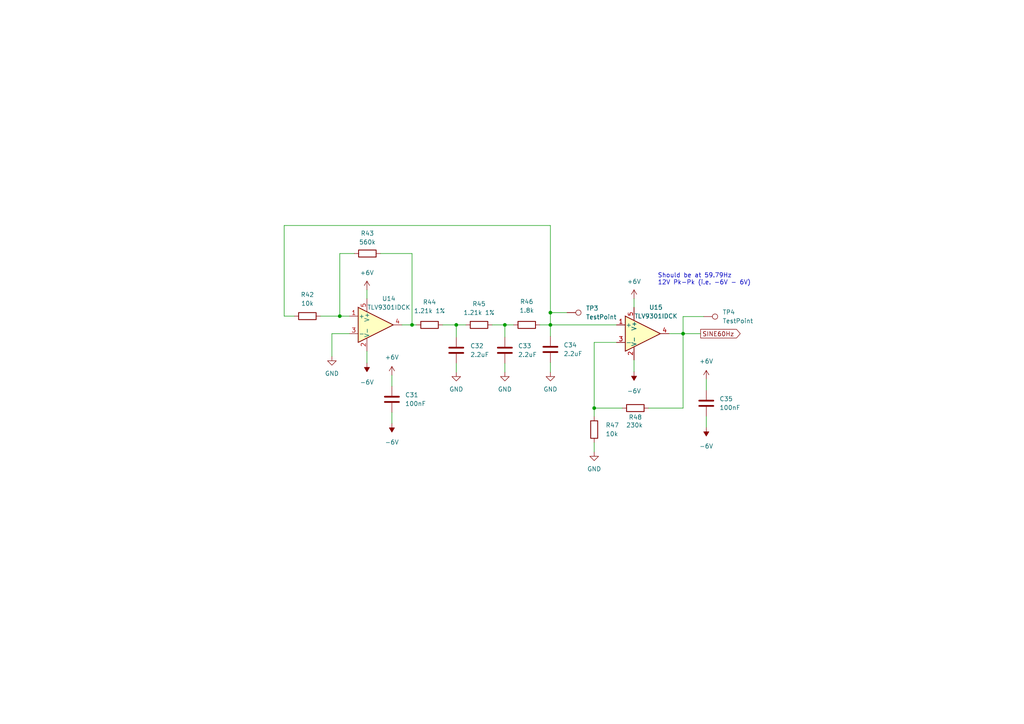
<source format=kicad_sch>
(kicad_sch (version 20211123) (generator eeschema)
  (paper "A4")
  (lib_symbols
    (symbol "+6V_1" (power) (pin_names (offset 0))
      (property "Value" "+6V_1" (at 0 3.556 0))
      (symbol "+6V_1_0_1"
        (polyline (pts (xy -0.762 1.27) (xy 0 2.54)))
        (polyline (pts (xy 0 0) (xy 0 2.54)))
        (polyline (pts (xy 0 2.54) (xy 0.762 1.27)))
      )
      (symbol "+6V_1_1_1"
        (pin power_in line (at 0 0 90) (length 0) hide (name "+6V") (number "1"))
      )
    )
    (symbol "-6V_1" (power) (pin_names (offset 0))
      (property "Value" "-6V_1" (at 0 3.81 0))
      (symbol "-6V_1_0_0"
        (pin power_in line (at 0 0 90) (length 0) hide (name "-6V") (number "1"))
      )
      (symbol "-6V_1_0_1"
        (polyline (pts (xy 0 0) (xy 0 1.27) (xy 0.762 1.27) (xy 0 2.54) (xy -0.762 1.27) (xy 0 1.27)) (fill (type outline)))
      )
    )
    (symbol "Amplifier_Operational:TLV9001IDCK" (pin_names (offset 0.127))
      (property "Reference" "U" (at 7.62 2.54 0))
      (property "Value" "TLV9001IDCK" (at 11.43 -2.54 0))
      (symbol "TLV9001IDCK_0_1"
        (polyline (pts (xy -2.54 5.08) (xy -2.54 -5.08) (xy 7.62 0) (xy -2.54 5.08)) (stroke (width 0.254)) (fill (type background)))
      )
      (symbol "TLV9001IDCK_1_1"
        (pin input line (at -5.08 2.54 0) (length 2.54) (name "+") (number "1"))
        (pin power_in line (at 0 -7.62 90) (length 3.81) (name "V-") (number "2"))
        (pin input line (at -5.08 -2.54 0) (length 2.54) (name "-") (number "3"))
        (pin output line (at 10.16 0 180) (length 2.54) (name "~") (number "4"))
        (pin power_in line (at 0 7.62 270) (length 3.81) (name "V+") (number "5"))
      )
    )
    (symbol "Connector:TestPoint" (pin_numbers hide) (pin_names (offset 0.762) hide)
      (property "Reference" "TP" (at 0 6.858 0))
      (property "Value" "TestPoint" (at 0 5.08 0))
      (symbol "TestPoint_0_1"
        (circle (center 0 3.302) (radius 0.762))
      )
      (symbol "TestPoint_1_1"
        (pin passive line (at 0 0 90) (length 2.54) (name "1") (number "1"))
      )
    )
    (symbol "Device:C" (pin_numbers hide) (pin_names (offset 0.254))
      (property "Reference" "C" (at 0.635 2.54 0))
      (property "Value" "C" (at 0.635 -2.54 0))
      (symbol "C_0_1"
        (polyline (pts (xy -2.032 -0.762) (xy 2.032 -0.762)) (stroke (width 0.508)))
        (polyline (pts (xy -2.032 0.762) (xy 2.032 0.762)) (stroke (width 0.508)))
      )
      (symbol "C_1_1"
        (pin passive line (at 0 3.81 270) (length 2.794) (name "~") (number "1"))
        (pin passive line (at 0 -3.81 90) (length 2.794) (name "~") (number "2"))
      )
    )
    (symbol "Device:R" (pin_numbers hide) (pin_names (offset 0))
      (property "Reference" "R" (at 2.032 0 90))
      (property "Value" "R" (at 0 0 90))
      (symbol "R_0_1"
        (rectangle (start -1.016 -2.54) (end 1.016 2.54) (stroke (width 0.254)))
      )
      (symbol "R_1_1"
        (pin passive line (at 0 3.81 270) (length 1.27) (name "~") (number "1"))
        (pin passive line (at 0 -3.81 90) (length 1.27) (name "~") (number "2"))
      )
    )
    (symbol "power:+6V" (power) (pin_names (offset 0))
      (property "Value" "+6V" (at 0 3.556 0))
      (symbol "+6V_0_1"
        (polyline (pts (xy -0.762 1.27) (xy 0 2.54)))
        (polyline (pts (xy 0 0) (xy 0 2.54)))
        (polyline (pts (xy 0 2.54) (xy 0.762 1.27)))
      )
      (symbol "+6V_1_1"
        (pin power_in line (at 0 0 90) (length 0) hide (name "+6V") (number "1"))
      )
    )
    (symbol "power:-6V" (power) (pin_names (offset 0))
      (property "Value" "-6V" (at 0 3.81 0))
      (symbol "-6V_0_0"
        (pin power_in line (at 0 0 90) (length 0) hide (name "-6V") (number "1"))
      )
      (symbol "-6V_0_1"
        (polyline (pts (xy 0 0) (xy 0 1.27) (xy 0.762 1.27) (xy 0 2.54) (xy -0.762 1.27) (xy 0 1.27)) (fill (type outline)))
      )
    )
    (symbol "power:GND" (power) (pin_names (offset 0))
      (property "Value" "GND" (at 0 -3.81 0))
      (symbol "GND_0_1"
        (polyline (pts (xy 0 0) (xy 0 -1.27) (xy 1.27 -1.27) (xy 0 -2.54) (xy -1.27 -1.27) (xy 0 -1.27)))
      )
      (symbol "GND_1_1"
        (pin power_in line (at 0 0 270) (length 0) hide (name "GND") (number "1"))
      )
    )
  )
  (junction (at 198.12 96.774))
  (junction (at 132.334 94.234))
  (junction (at 159.639 94.234))
  (junction (at 146.431 94.234))
  (junction (at 159.639 90.678))
  (junction (at 119.507 94.234))
  (junction (at 172.339 118.364))
  (junction (at 98.552 91.694))
  (wire (pts (xy 178.816 99.314) (xy 172.339 99.314)))
  (wire (pts (xy 132.334 94.234) (xy 132.334 97.79)))
  (wire (pts (xy 82.423 91.694) (xy 85.344 91.694)))
  (wire (pts (xy 98.552 73.533) (xy 98.552 91.694)))
  (wire (pts (xy 172.339 118.364) (xy 172.339 120.777)))
  (wire (pts (xy 156.591 94.234) (xy 159.639 94.234)))
  (wire (pts (xy 159.639 65.405) (xy 159.639 90.678)))
  (wire (pts (xy 110.363 73.533) (xy 119.507 73.533)))
  (wire (pts (xy 172.339 99.314) (xy 172.339 118.364)))
  (wire (pts (xy 98.552 91.694) (xy 101.346 91.694)))
  (wire (pts (xy 159.639 94.234) (xy 178.816 94.234)))
  (wire (pts (xy 159.639 65.405) (xy 82.423 65.405)))
  (wire (pts (xy 159.639 105.156) (xy 159.639 107.95)))
  (wire (pts (xy 183.896 104.394) (xy 183.896 107.823)))
  (wire (pts (xy 116.586 94.234) (xy 119.507 94.234)))
  (wire (pts (xy 102.743 73.533) (xy 98.552 73.533)))
  (wire (pts (xy 188.087 118.364) (xy 198.12 118.364)))
  (wire (pts (xy 172.339 128.397) (xy 172.339 131.064)))
  (wire (pts (xy 106.426 101.854) (xy 106.426 105.283)))
  (wire (pts (xy 106.426 84.074) (xy 106.426 86.614)))
  (wire (pts (xy 159.639 94.234) (xy 159.639 97.536)))
  (wire (pts (xy 204.089 91.821) (xy 198.12 91.821)))
  (wire (pts (xy 82.423 65.405) (xy 82.423 91.694)))
  (wire (pts (xy 146.431 94.234) (xy 146.431 97.79)))
  (wire (pts (xy 119.507 94.234) (xy 120.777 94.234)))
  (wire (pts (xy 92.964 91.694) (xy 98.552 91.694)))
  (wire (pts (xy 142.748 94.234) (xy 146.431 94.234)))
  (wire (pts (xy 194.056 96.774) (xy 198.12 96.774)))
  (wire (pts (xy 183.896 86.614) (xy 183.896 89.154)))
  (wire (pts (xy 198.12 118.364) (xy 198.12 96.774)))
  (wire (pts (xy 159.639 90.678) (xy 159.639 94.234)))
  (wire (pts (xy 132.334 105.41) (xy 132.334 107.95)))
  (wire (pts (xy 180.467 118.364) (xy 172.339 118.364)))
  (wire (pts (xy 159.639 90.678) (xy 164.465 90.678)))
  (wire (pts (xy 101.346 96.774) (xy 96.266 96.774)))
  (wire (pts (xy 146.431 105.41) (xy 146.431 107.95)))
  (wire (pts (xy 146.431 94.234) (xy 148.971 94.234)))
  (wire (pts (xy 128.397 94.234) (xy 132.334 94.234)))
  (wire (pts (xy 132.334 94.234) (xy 135.128 94.234)))
  (wire (pts (xy 113.665 119.634) (xy 113.665 122.809)))
  (wire (pts (xy 119.507 73.533) (xy 119.507 94.234)))
  (wire (pts (xy 198.12 91.821) (xy 198.12 96.774)))
  (wire (pts (xy 204.851 120.777) (xy 204.851 123.952)))
  (wire (pts (xy 198.12 96.774) (xy 203.2 96.774)))
  (wire (pts (xy 96.266 96.774) (xy 96.266 103.378)))
  (wire (pts (xy 204.851 109.982) (xy 204.851 113.157)))
  (wire (pts (xy 113.665 108.839) (xy 113.665 112.014)))
  (text "Should be at 59.79Hz\n12V Pk-Pk (i.e. -6V - 6V)" (at 190.754 82.804 0) (effects (font (size 1.27 1.27)) (justify left bottom)))
  (global_label "SINE60Hz" (shape output) (at 203.2 96.774 0) (property "Intersheet References" "${INTERSHEET_REFS}" (effects hide)))
  (symbol (lib_id "power:GND") (at 96.266 103.378 0) (unit 1)
    (property "Reference" "#PWR096" (effects hide))
    (property "Value" "GND" (at 96.266 108.331 0))
  )
  (symbol (lib_id "power:GND") (at 146.431 107.95 0) (unit 1)
    (property "Reference" "#PWR0102" (effects hide))
    (property "Value" "GND" (at 146.431 112.903 0))
  )
  (symbol (lib_id "power:+6V") (at 113.665 108.839 0) (unit 1)
    (property "Reference" "#PWR099" (effects hide))
    (property "Value" "+6V" (at 113.665 103.632 0))
  )
  (symbol (lib_id "Device:C") (at 146.431 101.6 180) (unit 1)
    (property "Reference" "C33" (at 150.241 100.3299 0) (effects (justify right)))
    (property "Value" "2.2uF" (at 150.241 102.8699 0) (effects (justify right)))
  )
  (symbol (lib_name "+6V_1") (lib_id "power:+6V") (at 106.426 84.074 0) (unit 1)
    (property "Reference" "#PWR097" (effects hide))
    (property "Value" "+6V" (at 106.426 79.121 0))
  )
  (symbol (lib_id "Device:R") (at 138.938 94.234 90) (unit 1)
    (property "Reference" "R45" (at 138.938 88.138 90))
    (property "Value" "1.21k 1%" (at 138.938 90.678 90))
  )
  (symbol (lib_id "Connector:TestPoint") (at 204.089 91.821 270) (unit 1)
    (property "Reference" "TP4" (at 209.55 90.5509 90) (effects (justify left)))
    (property "Value" "TestPoint" (at 209.55 93.0909 90) (effects (justify left)))
    (property "Footprint" "Connector_Pin:Pin_D0.7mm_L6.5mm_W1.8mm_FlatFork" (effects hide))
  )
  (symbol (lib_name "-6V_1") (lib_id "power:-6V") (at 183.896 107.823 180) (unit 1)
    (property "Reference" "#PWR0106" (effects hide))
    (property "Value" "-6V" (at 183.896 113.411 0))
  )
  (symbol (lib_id "Device:C") (at 113.665 115.824 0) (unit 1)
    (property "Reference" "C31" (at 117.475 114.5539 0) (effects (justify left)))
    (property "Value" "100nF" (at 117.475 117.0939 0) (effects (justify left)))
  )
  (symbol (lib_id "power:GND") (at 159.639 107.95 0) (unit 1)
    (property "Reference" "#PWR0103" (effects hide))
    (property "Value" "GND" (at 159.639 112.903 0))
  )
  (symbol (lib_name "+6V_1") (lib_id "power:+6V") (at 183.896 86.614 0) (unit 1)
    (property "Reference" "#PWR0105" (effects hide))
    (property "Value" "+6V" (at 183.896 81.661 0))
  )
  (symbol (lib_id "Device:C") (at 159.639 101.346 180) (unit 1)
    (property "Reference" "C34" (at 163.449 100.0759 0) (effects (justify right)))
    (property "Value" "2.2uF" (at 163.449 102.6159 0) (effects (justify right)))
  )
  (symbol (lib_id "Amplifier_Operational:TLV9001IDCK") (at 106.426 94.234 0) (unit 1)
    (property "Reference" "U14" (at 112.776 86.614 0))
    (property "Value" "TLV9301IDCK" (at 112.776 89.154 0))
    (property "Footprint" "Package_TO_SOT_SMD:SOT-353_SC-70-5" (effects hide))
    (property "Datasheet" "https://www.ti.com/lit/ds/symlink/tlv9001.pdf" (effects hide))
  )
  (symbol (lib_id "power:-6V") (at 204.851 123.952 180) (unit 1)
    (property "Reference" "#PWR0108" (effects hide))
    (property "Value" "-6V" (at 204.851 129.413 0))
  )
  (symbol (lib_id "Device:R") (at 124.587 94.234 90) (unit 1)
    (property "Reference" "R44" (at 124.587 87.63 90))
    (property "Value" "1.21k 1%" (at 124.587 90.17 90))
  )
  (symbol (lib_id "power:+6V") (at 204.851 109.982 0) (unit 1)
    (property "Reference" "#PWR0107" (effects hide))
    (property "Value" "+6V" (at 204.851 104.775 0))
  )
  (symbol (lib_id "Device:C") (at 204.851 116.967 0) (unit 1)
    (property "Reference" "C35" (at 208.661 115.6969 0) (effects (justify left)))
    (property "Value" "100nF" (at 208.661 118.2369 0) (effects (justify left)))
  )
  (symbol (lib_name "-6V_1") (lib_id "power:-6V") (at 106.426 105.283 180) (unit 1)
    (property "Reference" "#PWR098" (effects hide))
    (property "Value" "-6V" (at 106.426 110.871 0))
  )
  (symbol (lib_id "power:GND") (at 172.339 131.064 0) (unit 1)
    (property "Reference" "#PWR0104" (effects hide))
    (property "Value" "GND" (at 172.339 136.017 0))
  )
  (symbol (lib_id "Device:C") (at 132.334 101.6 180) (unit 1)
    (property "Reference" "C32" (at 136.3851 100.3299 0) (effects (justify right)))
    (property "Value" "2.2uF" (at 136.3851 102.8699 0) (effects (justify right)))
  )
  (symbol (lib_id "power:-6V") (at 113.665 122.809 180) (unit 1)
    (property "Reference" "#PWR0100" (effects hide))
    (property "Value" "-6V" (at 113.665 128.27 0))
  )
  (symbol (lib_id "Device:R") (at 184.277 118.364 90) (unit 1)
    (property "Reference" "R48" (at 184.277 121.031 90))
    (property "Value" "230k" (at 184.023 123.317 90))
  )
  (symbol (lib_id "Amplifier_Operational:TLV9001IDCK") (at 183.896 96.774 0) (unit 1)
    (property "Reference" "U15" (at 190.246 89.154 0))
    (property "Value" "TLV9301IDCK" (at 190.246 91.694 0))
    (property "Footprint" "Package_TO_SOT_SMD:SOT-353_SC-70-5" (effects hide))
    (property "Datasheet" "https://www.ti.com/lit/ds/symlink/tlv9001.pdf" (effects hide))
  )
  (symbol (lib_id "Device:R") (at 89.154 91.694 90) (unit 1)
    (property "Reference" "R42" (at 89.154 85.471 90))
    (property "Value" "10k" (at 89.154 88.011 90))
  )
  (symbol (lib_id "Device:R") (at 152.781 94.234 90) (unit 1)
    (property "Reference" "R46" (at 152.781 87.503 90))
    (property "Value" "1.8k" (at 152.781 90.043 90))
  )
  (symbol (lib_id "Connector:TestPoint") (at 164.465 90.678 270) (unit 1)
    (property "Reference" "TP3" (at 169.926 89.4079 90) (effects (justify left)))
    (property "Value" "TestPoint" (at 169.926 91.9479 90) (effects (justify left)))
    (property "Footprint" "Connector_Pin:Pin_D0.7mm_L6.5mm_W1.8mm_FlatFork" (effects hide))
  )
  (symbol (lib_id "power:GND") (at 132.334 107.95 0) (unit 1)
    (property "Reference" "#PWR0101" (effects hide))
    (property "Value" "GND" (at 132.334 112.903 0))
  )
  (symbol (lib_id "Device:R") (at 106.553 73.533 90) (unit 1)
    (property "Reference" "R43" (at 106.553 67.691 90))
    (property "Value" "560k" (at 106.553 70.231 90))
  )
  (symbol (lib_id "Device:R") (at 172.339 124.587 0) (unit 1)
    (property "Reference" "R47" (at 175.641 123.3169 0) (effects (justify left)))
    (property "Value" "10k" (at 175.641 125.8569 0) (effects (justify left)))
  )
)
</source>
